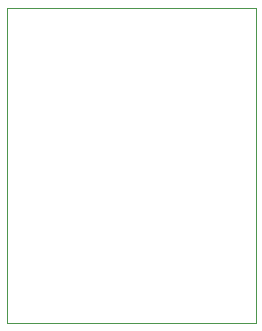
<source format=gbr>
G04 #@! TF.GenerationSoftware,KiCad,Pcbnew,(5.1.2-1)-1*
G04 #@! TF.CreationDate,2019-11-08T10:29:16-05:00*
G04 #@! TF.ProjectId,flow_rate,666c6f77-5f72-4617-9465-2e6b69636164,rev?*
G04 #@! TF.SameCoordinates,Original*
G04 #@! TF.FileFunction,Profile,NP*
%FSLAX46Y46*%
G04 Gerber Fmt 4.6, Leading zero omitted, Abs format (unit mm)*
G04 Created by KiCad (PCBNEW (5.1.2-1)-1) date 2019-11-08 10:29:16*
%MOMM*%
%LPD*%
G04 APERTURE LIST*
%ADD10C,0.050000*%
G04 APERTURE END LIST*
D10*
X173228000Y-32258000D02*
X194310000Y-32258000D01*
X173228000Y-58928000D02*
X173228000Y-32258000D01*
X194310000Y-58928000D02*
X173228000Y-58928000D01*
X194310000Y-32258000D02*
X194310000Y-58928000D01*
M02*

</source>
